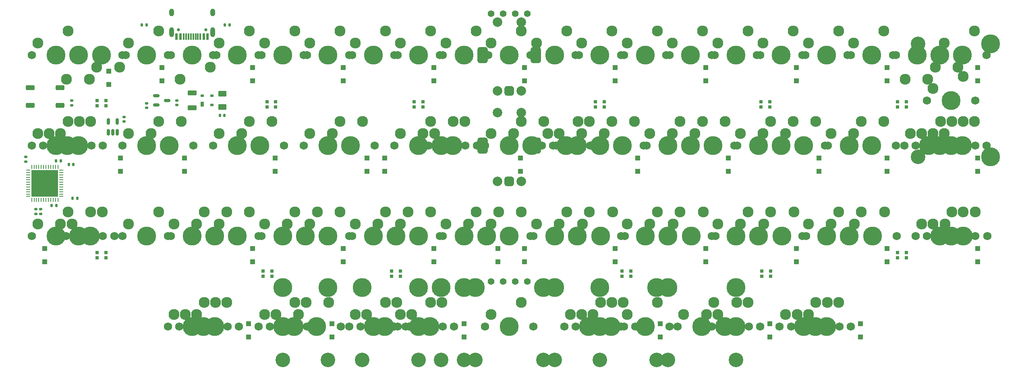
<source format=gbr>
%TF.GenerationSoftware,KiCad,Pcbnew,(7.0.0)*%
%TF.CreationDate,2023-11-20T08:39:55+01:00*%
%TF.ProjectId,universal vault,756e6976-6572-4736-916c-207661756c74,rev?*%
%TF.SameCoordinates,Original*%
%TF.FileFunction,Soldermask,Bot*%
%TF.FilePolarity,Negative*%
%FSLAX46Y46*%
G04 Gerber Fmt 4.6, Leading zero omitted, Abs format (unit mm)*
G04 Created by KiCad (PCBNEW (7.0.0)) date 2023-11-20 08:39:55*
%MOMM*%
%LPD*%
G01*
G04 APERTURE LIST*
G04 Aperture macros list*
%AMRoundRect*
0 Rectangle with rounded corners*
0 $1 Rounding radius*
0 $2 $3 $4 $5 $6 $7 $8 $9 X,Y pos of 4 corners*
0 Add a 4 corners polygon primitive as box body*
4,1,4,$2,$3,$4,$5,$6,$7,$8,$9,$2,$3,0*
0 Add four circle primitives for the rounded corners*
1,1,$1+$1,$2,$3*
1,1,$1+$1,$4,$5*
1,1,$1+$1,$6,$7*
1,1,$1+$1,$8,$9*
0 Add four rect primitives between the rounded corners*
20,1,$1+$1,$2,$3,$4,$5,0*
20,1,$1+$1,$4,$5,$6,$7,0*
20,1,$1+$1,$6,$7,$8,$9,0*
20,1,$1+$1,$8,$9,$2,$3,0*%
G04 Aperture macros list end*
%ADD10C,1.750000*%
%ADD11C,3.987800*%
%ADD12C,2.300000*%
%ADD13C,3.048000*%
%ADD14C,1.397000*%
%ADD15C,2.000000*%
%ADD16RoundRect,0.500000X0.500000X-0.500000X0.500000X0.500000X-0.500000X0.500000X-0.500000X-0.500000X0*%
%ADD17RoundRect,0.550000X0.550000X-1.150000X0.550000X1.150000X-0.550000X1.150000X-0.550000X-1.150000X0*%
%ADD18RoundRect,0.250000X0.300000X-0.300000X0.300000X0.300000X-0.300000X0.300000X-0.300000X-0.300000X0*%
%ADD19RoundRect,0.105000X0.245000X0.245000X-0.245000X0.245000X-0.245000X-0.245000X0.245000X-0.245000X0*%
%ADD20RoundRect,0.105000X-0.245000X-0.245000X0.245000X-0.245000X0.245000X0.245000X-0.245000X0.245000X0*%
%ADD21RoundRect,0.140000X-0.170000X0.140000X-0.170000X-0.140000X0.170000X-0.140000X0.170000X0.140000X0*%
%ADD22RoundRect,0.135000X0.185000X-0.135000X0.185000X0.135000X-0.185000X0.135000X-0.185000X-0.135000X0*%
%ADD23RoundRect,0.150000X0.150000X-0.512500X0.150000X0.512500X-0.150000X0.512500X-0.150000X-0.512500X0*%
%ADD24RoundRect,0.140000X-0.140000X-0.170000X0.140000X-0.170000X0.140000X0.170000X-0.140000X0.170000X0*%
%ADD25RoundRect,0.140000X0.170000X-0.140000X0.170000X0.140000X-0.170000X0.140000X-0.170000X-0.140000X0*%
%ADD26RoundRect,0.135000X0.135000X0.185000X-0.135000X0.185000X-0.135000X-0.185000X0.135000X-0.185000X0*%
%ADD27RoundRect,0.140000X0.140000X0.170000X-0.140000X0.170000X-0.140000X-0.170000X0.140000X-0.170000X0*%
%ADD28RoundRect,0.275000X0.625000X0.275000X-0.625000X0.275000X-0.625000X-0.275000X0.625000X-0.275000X0*%
%ADD29RoundRect,0.250000X0.625000X-0.375000X0.625000X0.375000X-0.625000X0.375000X-0.625000X-0.375000X0*%
%ADD30RoundRect,0.150000X-0.512500X-0.150000X0.512500X-0.150000X0.512500X0.150000X-0.512500X0.150000X0*%
%ADD31RoundRect,0.250000X0.700000X-0.275000X0.700000X0.275000X-0.700000X0.275000X-0.700000X-0.275000X0*%
%ADD32RoundRect,0.135000X-0.135000X-0.185000X0.135000X-0.185000X0.135000X0.185000X-0.135000X0.185000X0*%
%ADD33C,0.650000*%
%ADD34R,0.600000X1.450000*%
%ADD35R,0.300000X1.450000*%
%ADD36O,1.000000X1.600000*%
%ADD37O,1.000000X2.100000*%
%ADD38R,0.700000X1.000000*%
%ADD39R,0.700000X0.600000*%
%ADD40RoundRect,0.062500X0.062500X-0.375000X0.062500X0.375000X-0.062500X0.375000X-0.062500X-0.375000X0*%
%ADD41RoundRect,0.062500X0.375000X-0.062500X0.375000X0.062500X-0.375000X0.062500X-0.375000X-0.062500X0*%
%ADD42R,5.600000X5.600000*%
G04 APERTURE END LIST*
D10*
%TO.C,K_SPACE4*%
X61595000Y66675000D03*
D11*
X66675000Y66675000D03*
D10*
X71755000Y66675000D03*
D12*
X62865000Y69215000D03*
X69215000Y71755000D03*
%TD*%
D10*
%TO.C,K_SPACE68*%
X113982500Y47625000D03*
D11*
X119062500Y47625000D03*
D10*
X124142500Y47625000D03*
D12*
X115252500Y50165000D03*
X121602500Y52705000D03*
%TD*%
D10*
%TO.C,K_SPACE17*%
X99695000Y47625000D03*
D11*
X104775000Y47625000D03*
D10*
X109855000Y47625000D03*
D12*
X100965000Y50165000D03*
X107315000Y52705000D03*
%TD*%
D13*
%TO.C,S6*%
X95250000Y2540000D03*
D11*
X95250000Y17780000D03*
D13*
X57150000Y2540000D03*
D11*
X57150000Y17780000D03*
%TD*%
D10*
%TO.C,K_SPACE30*%
X128270000Y28575000D03*
D11*
X133350000Y28575000D03*
D10*
X138430000Y28575000D03*
D12*
X129540000Y31115000D03*
X135890000Y33655000D03*
%TD*%
D10*
%TO.C,K_SPACE118*%
X147320000Y9525000D03*
D11*
X152400000Y9525000D03*
D10*
X157480000Y9525000D03*
D12*
X148590000Y12065000D03*
X154940000Y14605000D03*
%TD*%
D10*
%TO.C,K_SPACE94*%
X94932500Y28575000D03*
D11*
X100012500Y28575000D03*
D10*
X105092500Y28575000D03*
D12*
X96202500Y31115000D03*
X102552500Y33655000D03*
%TD*%
D10*
%TO.C,K_SPACE73*%
X28257500Y47625000D03*
D11*
X33337500Y47625000D03*
D10*
X38417500Y47625000D03*
D12*
X29527500Y50165000D03*
X35877500Y52705000D03*
%TD*%
D10*
%TO.C,K_SPACE117*%
X52070000Y9525000D03*
D11*
X57150000Y9525000D03*
D10*
X62230000Y9525000D03*
D12*
X53340000Y12065000D03*
X59690000Y14605000D03*
%TD*%
D10*
%TO.C,K_SPACE107*%
X35401250Y9525000D03*
D11*
X40481250Y9525000D03*
D10*
X45561250Y9525000D03*
D12*
X36671250Y12065000D03*
X43021250Y14605000D03*
%TD*%
D10*
%TO.C,K_SPACE83*%
X23495000Y28575000D03*
D11*
X28575000Y28575000D03*
D10*
X33655000Y28575000D03*
D12*
X24765000Y31115000D03*
X31115000Y33655000D03*
%TD*%
D13*
%TO.C,S3*%
X135731250Y2540000D03*
D11*
X135731250Y17780000D03*
D13*
X111918750Y2540000D03*
D11*
X111918750Y17780000D03*
%TD*%
D10*
%TO.C,K_SPACE124*%
X73501250Y9525000D03*
D11*
X78581250Y9525000D03*
D10*
X83661250Y9525000D03*
D12*
X74771250Y12065000D03*
X81121250Y14605000D03*
%TD*%
D10*
%TO.C,K_SPACE28*%
X87788750Y47625000D03*
D11*
X92868750Y47625000D03*
D10*
X97948750Y47625000D03*
D12*
X89058750Y50165000D03*
X95408750Y52705000D03*
%TD*%
D10*
%TO.C,K_SPACE72*%
X190182500Y47625000D03*
D11*
X195262500Y47625000D03*
D10*
X200342500Y47625000D03*
D12*
X191452500Y50165000D03*
X197802500Y52705000D03*
%TD*%
D14*
%TO.C,OL2*%
X108585000Y75406250D03*
X106045000Y75406250D03*
X103505000Y75406250D03*
X100965000Y75406250D03*
%TD*%
D10*
%TO.C,K_SPACE95*%
X192563750Y57150000D03*
D11*
X197643750Y57150000D03*
D10*
X202723750Y57150000D03*
D12*
X193833750Y59690000D03*
X200183750Y62230000D03*
%TD*%
D10*
%TO.C,K_SPACE9*%
X156845000Y66675000D03*
D11*
X161925000Y66675000D03*
D10*
X167005000Y66675000D03*
D12*
X158115000Y69215000D03*
X164465000Y71755000D03*
%TD*%
D10*
%TO.C,K_SPACE21*%
X175895000Y47625000D03*
D11*
X180975000Y47625000D03*
D10*
X186055000Y47625000D03*
D12*
X177165000Y50165000D03*
X183515000Y52705000D03*
%TD*%
D10*
%TO.C,K_SPACE33*%
X190182500Y28575000D03*
D11*
X195262500Y28575000D03*
D10*
X200342500Y28575000D03*
D12*
X191452500Y31115000D03*
X197802500Y33655000D03*
%TD*%
D10*
%TO.C,K_SPACE55*%
X71120000Y66675000D03*
D11*
X76200000Y66675000D03*
D10*
X81280000Y66675000D03*
D12*
X72390000Y69215000D03*
X78740000Y71755000D03*
%TD*%
D10*
%TO.C,K_SPACE121*%
X118745000Y9525000D03*
D11*
X123825000Y9525000D03*
D10*
X128905000Y9525000D03*
D12*
X120015000Y12065000D03*
X126365000Y14605000D03*
%TD*%
D13*
%TO.C,S5*%
X138112500Y2540000D03*
D11*
X138112500Y17780000D03*
D13*
X114300000Y2540000D03*
D11*
X114300000Y17780000D03*
%TD*%
D10*
%TO.C,K_SPACE115*%
X116363750Y9525000D03*
D11*
X121443750Y9525000D03*
D10*
X126523750Y9525000D03*
D12*
X117633750Y12065000D03*
X123983750Y14605000D03*
%TD*%
D10*
%TO.C,K_SPACE15*%
X61595000Y47625000D03*
D11*
X66675000Y47625000D03*
D10*
X71755000Y47625000D03*
D12*
X62865000Y50165000D03*
X69215000Y52705000D03*
%TD*%
D10*
%TO.C,K_SPACE70*%
X152082500Y47625000D03*
D11*
X157162500Y47625000D03*
D10*
X162242500Y47625000D03*
D12*
X153352500Y50165000D03*
X159702500Y52705000D03*
%TD*%
D10*
%TO.C,K_SPACE98*%
X152082500Y28575000D03*
D11*
X157162500Y28575000D03*
D10*
X162242500Y28575000D03*
D12*
X153352500Y31115000D03*
X159702500Y33655000D03*
%TD*%
D10*
%TO.C,K_SPACE78*%
X123507500Y47625000D03*
D11*
X128587500Y47625000D03*
D10*
X133667500Y47625000D03*
D12*
X124777500Y50165000D03*
X131127500Y52705000D03*
%TD*%
D10*
%TO.C,K_SPACE101*%
X192563750Y47625000D03*
D11*
X197643750Y47625000D03*
D10*
X202723750Y47625000D03*
D12*
X193833750Y50165000D03*
X200183750Y52705000D03*
%TD*%
D10*
%TO.C,K_SPACE10*%
X175895000Y66675000D03*
D11*
X180975000Y66675000D03*
D10*
X186055000Y66675000D03*
D12*
X177165000Y69215000D03*
X183515000Y71755000D03*
%TD*%
D10*
%TO.C,K_SPACE74*%
X47307500Y47625000D03*
D11*
X52387500Y47625000D03*
D10*
X57467500Y47625000D03*
D12*
X48577500Y50165000D03*
X54927500Y52705000D03*
%TD*%
D14*
%TO.C,OL1*%
X100965000Y19050000D03*
X103505000Y19050000D03*
X106045000Y19050000D03*
X108585000Y19050000D03*
%TD*%
D10*
%TO.C,K_SPACE99*%
X171132500Y28575000D03*
D11*
X176212500Y28575000D03*
D10*
X181292500Y28575000D03*
D12*
X172402500Y31115000D03*
X178752500Y33655000D03*
%TD*%
D10*
%TO.C,K_SPACE85*%
X61595000Y28575000D03*
D11*
X66675000Y28575000D03*
D10*
X71755000Y28575000D03*
D12*
X62865000Y31115000D03*
X69215000Y33655000D03*
%TD*%
D10*
%TO.C,K_SPACE110*%
X99695000Y9525000D03*
D11*
X104775000Y9525000D03*
D10*
X109855000Y9525000D03*
D12*
X100965000Y12065000D03*
X107315000Y14605000D03*
%TD*%
D10*
%TO.C,K_SPACE2*%
X23495000Y66675000D03*
D11*
X28575000Y66675000D03*
D10*
X33655000Y66675000D03*
D12*
X24765000Y69215000D03*
X31115000Y71755000D03*
%TD*%
D10*
%TO.C,K_SPACE92*%
X56832500Y28575000D03*
D11*
X61912500Y28575000D03*
D10*
X66992500Y28575000D03*
D12*
X58102500Y31115000D03*
X64452500Y33655000D03*
%TD*%
D10*
%TO.C,K_SPACE34*%
X111601250Y47625000D03*
D11*
X116681250Y47625000D03*
D10*
X121761250Y47625000D03*
D12*
X112871250Y50165000D03*
X119221250Y52705000D03*
%TD*%
D10*
%TO.C,K_SPACE14*%
X42545000Y47625000D03*
D11*
X47625000Y47625000D03*
D10*
X52705000Y47625000D03*
D12*
X43815000Y50165000D03*
X50165000Y52705000D03*
%TD*%
D10*
%TO.C,K_SPACE77*%
X104457500Y47625000D03*
D11*
X109537500Y47625000D03*
D10*
X114617500Y47625000D03*
D12*
X105727500Y50165000D03*
X112077500Y52705000D03*
%TD*%
D10*
%TO.C,K_SPACE32*%
X166370000Y28575000D03*
D11*
X171450000Y28575000D03*
D10*
X176530000Y28575000D03*
D12*
X167640000Y31115000D03*
X173990000Y33655000D03*
%TD*%
D10*
%TO.C,K_SPACE114*%
X83026250Y9525000D03*
D11*
X88106250Y9525000D03*
D10*
X93186250Y9525000D03*
D12*
X84296250Y12065000D03*
X90646250Y14605000D03*
%TD*%
D10*
%TO.C,K_SPACE67*%
X6826250Y47625000D03*
D11*
X11906250Y47625000D03*
D10*
X16986250Y47625000D03*
D12*
X8096250Y50165000D03*
X14446250Y52705000D03*
%TD*%
D10*
%TO.C,K_SPACE108*%
X140176250Y9525000D03*
D11*
X145256250Y9525000D03*
D10*
X150336250Y9525000D03*
D12*
X141446250Y12065000D03*
X147796250Y14605000D03*
%TD*%
D10*
%TO.C,K_SPACE71*%
X171132500Y47625000D03*
D11*
X176212500Y47625000D03*
D10*
X181292500Y47625000D03*
D12*
X172402500Y50165000D03*
X178752500Y52705000D03*
%TD*%
D10*
%TO.C,K_SPACE88*%
X137961250Y28575000D03*
D11*
X143041250Y28575000D03*
D10*
X148121250Y28575000D03*
D12*
X139231250Y31115000D03*
X145581250Y33655000D03*
%TD*%
D10*
%TO.C,K_SPACE50*%
X11588750Y28575000D03*
D11*
X16668750Y28575000D03*
D10*
X21748750Y28575000D03*
D12*
X12858750Y31115000D03*
X19208750Y33655000D03*
%TD*%
D10*
%TO.C,K_SPACE57*%
X9207500Y47625000D03*
D11*
X14287500Y47625000D03*
D10*
X19367500Y47625000D03*
D12*
X10477500Y50165000D03*
X16827500Y52705000D03*
%TD*%
D10*
%TO.C,K_SPACE26*%
X71120000Y28575000D03*
D11*
X76200000Y28575000D03*
D10*
X81280000Y28575000D03*
D12*
X72390000Y31115000D03*
X78740000Y33655000D03*
%TD*%
D10*
%TO.C,K_SPACE90*%
X176061250Y28575000D03*
D11*
X181141250Y28575000D03*
D10*
X186221250Y28575000D03*
D12*
X177331250Y31115000D03*
X183681250Y33655000D03*
%TD*%
D10*
%TO.C,K_SPACE116*%
X99695000Y9525000D03*
D11*
X104775000Y9525000D03*
D10*
X109855000Y9525000D03*
D12*
X100965000Y12065000D03*
X107315000Y14605000D03*
%TD*%
D10*
%TO.C,K_SPACE93*%
X75882500Y28575000D03*
D11*
X80962500Y28575000D03*
D10*
X86042500Y28575000D03*
D12*
X77152500Y31115000D03*
X83502500Y33655000D03*
%TD*%
D10*
%TO.C,K_SPACE81*%
X187801250Y47625000D03*
D11*
X192881250Y47625000D03*
D10*
X197961250Y47625000D03*
D12*
X189071250Y50165000D03*
X195421250Y52705000D03*
%TD*%
D10*
%TO.C,K_SPACE128*%
X71120000Y9525000D03*
D11*
X76200000Y9525000D03*
D10*
X81280000Y9525000D03*
D12*
X72390000Y12065000D03*
X78740000Y14605000D03*
%TD*%
D10*
%TO.C,K_SPACE87*%
X118911250Y28575000D03*
D11*
X123991250Y28575000D03*
D10*
X129071250Y28575000D03*
D12*
X120181250Y31115000D03*
X126531250Y33655000D03*
%TD*%
D10*
%TO.C,K_SPACE123*%
X161607500Y9525000D03*
D11*
X166687500Y9525000D03*
D10*
X171767500Y9525000D03*
D12*
X162877500Y12065000D03*
X169227500Y14605000D03*
%TD*%
D10*
%TO.C,K_SPACE97*%
X133032500Y28575000D03*
D11*
X138112500Y28575000D03*
D10*
X143192500Y28575000D03*
D12*
X134302500Y31115000D03*
X140652500Y33655000D03*
%TD*%
D13*
%TO.C,S7*%
X152400000Y2540000D03*
D11*
X152400000Y17780000D03*
D13*
X114300000Y2540000D03*
D11*
X114300000Y17780000D03*
%TD*%
D10*
%TO.C,K_SPACE69*%
X133032500Y47625000D03*
D11*
X138112500Y47625000D03*
D10*
X143192500Y47625000D03*
D12*
X134302500Y50165000D03*
X140652500Y52705000D03*
%TD*%
D10*
%TO.C,K_SPACE56*%
X90170000Y66675000D03*
D11*
X95250000Y66675000D03*
D10*
X100330000Y66675000D03*
D12*
X91440000Y69215000D03*
X97790000Y71755000D03*
%TD*%
D10*
%TO.C,K_SPACE62*%
X195580000Y66675000D03*
D11*
X190500000Y66675000D03*
D10*
X185420000Y66675000D03*
D12*
X194310000Y64135000D03*
X187960000Y61595000D03*
%TD*%
D10*
%TO.C,K_SPACE109*%
X163988750Y9525000D03*
D11*
X169068750Y9525000D03*
D10*
X174148750Y9525000D03*
D12*
X165258750Y12065000D03*
X171608750Y14605000D03*
%TD*%
D10*
%TO.C,K_SPACE25*%
X52070000Y28575000D03*
D11*
X57150000Y28575000D03*
D10*
X62230000Y28575000D03*
D12*
X53340000Y31115000D03*
X59690000Y33655000D03*
%TD*%
D10*
%TO.C,K_SPACE63*%
X28257500Y47625000D03*
D11*
X33337500Y47625000D03*
D10*
X38417500Y47625000D03*
D12*
X29527500Y50165000D03*
X35877500Y52705000D03*
%TD*%
D10*
%TO.C,K_SPACE51*%
X37782500Y28575000D03*
D11*
X42862500Y28575000D03*
D10*
X47942500Y28575000D03*
D12*
X39052500Y31115000D03*
X45402500Y33655000D03*
%TD*%
D10*
%TO.C,K_SPACE60*%
X147320000Y66675000D03*
D11*
X152400000Y66675000D03*
D10*
X157480000Y66675000D03*
D12*
X148590000Y69215000D03*
X154940000Y71755000D03*
%TD*%
D10*
%TO.C,K_SPACE103*%
X19367500Y66675000D03*
D11*
X14287500Y66675000D03*
D10*
X9207500Y66675000D03*
D12*
X18097500Y64135000D03*
X11747500Y61595000D03*
%TD*%
D10*
%TO.C,K_SPACE102*%
X200342500Y66675000D03*
D11*
X195262500Y66675000D03*
D10*
X190182500Y66675000D03*
D12*
X199072500Y64135000D03*
X192722500Y61595000D03*
%TD*%
D10*
%TO.C,K_SPACE8*%
X137795000Y66675000D03*
D11*
X142875000Y66675000D03*
D10*
X147955000Y66675000D03*
D12*
X139065000Y69215000D03*
X145415000Y71755000D03*
%TD*%
D10*
%TO.C,K_SPACE86*%
X80645000Y28575000D03*
D11*
X85725000Y28575000D03*
D10*
X90805000Y28575000D03*
D12*
X81915000Y31115000D03*
X88265000Y33655000D03*
%TD*%
D10*
%TO.C,K_SPACE100*%
X192563750Y28575000D03*
D11*
X197643750Y28575000D03*
D10*
X202723750Y28575000D03*
D12*
X193833750Y31115000D03*
X200183750Y33655000D03*
%TD*%
D10*
%TO.C,K_SPACE66*%
X85407500Y47625000D03*
D11*
X90487500Y47625000D03*
D10*
X95567500Y47625000D03*
D12*
X86677500Y50165000D03*
X93027500Y52705000D03*
%TD*%
D15*
%TO.C,SW1*%
X102275000Y59175000D03*
X107275000Y59175000D03*
D16*
X104775000Y59175000D03*
D17*
X99175000Y66675000D03*
X110375000Y66675000D03*
D15*
X107275000Y73675000D03*
X102275000Y73675000D03*
%TD*%
D10*
%TO.C,K_SPACE79*%
X142557500Y47625000D03*
D11*
X147637500Y47625000D03*
D10*
X152717500Y47625000D03*
D12*
X143827500Y50165000D03*
X150177500Y52705000D03*
%TD*%
D10*
%TO.C,K_SPACE64*%
X47307500Y47625000D03*
D11*
X52387500Y47625000D03*
D10*
X57467500Y47625000D03*
D12*
X48577500Y50165000D03*
X54927500Y52705000D03*
%TD*%
D10*
%TO.C,K_SPACE20*%
X156845000Y47625000D03*
D11*
X161925000Y47625000D03*
D10*
X167005000Y47625000D03*
D12*
X158115000Y50165000D03*
X164465000Y52705000D03*
%TD*%
D10*
%TO.C,K_SPACE49*%
X99695000Y28575000D03*
D11*
X104775000Y28575000D03*
D10*
X109855000Y28575000D03*
D12*
X100965000Y31115000D03*
X107315000Y33655000D03*
%TD*%
D10*
%TO.C,K_SPACE59*%
X128270000Y66675000D03*
D11*
X133350000Y66675000D03*
D10*
X138430000Y66675000D03*
D12*
X129540000Y69215000D03*
X135890000Y71755000D03*
%TD*%
D10*
%TO.C,K_SPACE104*%
X6826250Y47625000D03*
D11*
X11906250Y47625000D03*
D10*
X16986250Y47625000D03*
D12*
X8096250Y50165000D03*
X14446250Y52705000D03*
%TD*%
D10*
%TO.C,K_SPACE84*%
X42545000Y28575000D03*
D11*
X47625000Y28575000D03*
D10*
X52705000Y28575000D03*
D12*
X43815000Y31115000D03*
X50165000Y33655000D03*
%TD*%
D10*
%TO.C,K_SPACE106*%
X59213750Y9525000D03*
D11*
X64293750Y9525000D03*
D10*
X69373750Y9525000D03*
D12*
X60483750Y12065000D03*
X66833750Y14605000D03*
%TD*%
D13*
%TO.C,S2*%
X97631250Y2540000D03*
D11*
X97631250Y17780000D03*
D13*
X73818750Y2540000D03*
D11*
X73818750Y17780000D03*
%TD*%
D10*
%TO.C,K_SPACE125*%
X121126250Y9525000D03*
D11*
X126206250Y9525000D03*
D10*
X131286250Y9525000D03*
D12*
X122396250Y12065000D03*
X128746250Y14605000D03*
%TD*%
D10*
%TO.C,K_SPACE11*%
X194945000Y66675000D03*
D11*
X200025000Y66675000D03*
D10*
X205105000Y66675000D03*
D12*
X196215000Y69215000D03*
X202565000Y71755000D03*
%TD*%
D10*
%TO.C,K_SPACE91*%
X195111250Y28575000D03*
D11*
X200191250Y28575000D03*
D10*
X205271250Y28575000D03*
D12*
X196381250Y31115000D03*
X202731250Y33655000D03*
%TD*%
D15*
%TO.C,SW2*%
X102275000Y40125000D03*
X107275000Y40125000D03*
D16*
X104775000Y40125000D03*
D17*
X99175000Y47625000D03*
X110375000Y47625000D03*
D15*
X107275000Y54625000D03*
X102275000Y54625000D03*
%TD*%
D10*
%TO.C,K_SPACE122*%
X37782500Y9525000D03*
D11*
X42862500Y9525000D03*
D10*
X47942500Y9525000D03*
D12*
X39052500Y12065000D03*
X45402500Y14605000D03*
%TD*%
D10*
%TO.C,K_SPACE129*%
X128270000Y9525000D03*
D11*
X133350000Y9525000D03*
D10*
X138430000Y9525000D03*
D12*
X129540000Y12065000D03*
X135890000Y14605000D03*
%TD*%
D10*
%TO.C,K_SPACE113*%
X166370000Y9525000D03*
D11*
X171450000Y9525000D03*
D10*
X176530000Y9525000D03*
D12*
X167640000Y12065000D03*
X173990000Y14605000D03*
%TD*%
D10*
%TO.C,K_SPACE19*%
X137795000Y47625000D03*
D11*
X142875000Y47625000D03*
D10*
X147955000Y47625000D03*
D12*
X139065000Y50165000D03*
X145415000Y52705000D03*
%TD*%
D10*
%TO.C,K_SPACE23*%
X9207500Y28575000D03*
D11*
X14287500Y28575000D03*
D10*
X19367500Y28575000D03*
D12*
X10477500Y31115000D03*
X16827500Y33655000D03*
%TD*%
D10*
%TO.C,K_SPACE16*%
X80645000Y47625000D03*
D11*
X85725000Y47625000D03*
D10*
X90805000Y47625000D03*
D12*
X81915000Y50165000D03*
X88265000Y52705000D03*
%TD*%
D10*
%TO.C,K_SPACE105*%
X33020000Y9525000D03*
D11*
X38100000Y9525000D03*
D10*
X43180000Y9525000D03*
D12*
X34290000Y12065000D03*
X40640000Y14605000D03*
%TD*%
D10*
%TO.C,K_SPACE12*%
X4445000Y47625000D03*
D11*
X9525000Y47625000D03*
D10*
X14605000Y47625000D03*
D12*
X5715000Y50165000D03*
X12065000Y52705000D03*
%TD*%
D10*
%TO.C,K_SPACE22*%
X194945000Y47625000D03*
D11*
X200025000Y47625000D03*
D10*
X205105000Y47625000D03*
D12*
X196215000Y50165000D03*
X202565000Y52705000D03*
%TD*%
D10*
%TO.C,K_SPACE52*%
X24130000Y66675000D03*
D11*
X19050000Y66675000D03*
D10*
X13970000Y66675000D03*
D12*
X22860000Y64135000D03*
X16510000Y61595000D03*
%TD*%
D10*
%TO.C,K_SPACE65*%
X66357500Y47625000D03*
D11*
X71437500Y47625000D03*
D10*
X76517500Y47625000D03*
D12*
X67627500Y50165000D03*
X73977500Y52705000D03*
%TD*%
D13*
%TO.C,S9*%
X123825000Y2540000D03*
D11*
X123825000Y17780000D03*
D13*
X85725000Y2540000D03*
D11*
X85725000Y17780000D03*
%TD*%
D10*
%TO.C,K_SPACE53*%
X43180000Y66675000D03*
D11*
X38100000Y66675000D03*
D10*
X33020000Y66675000D03*
D12*
X41910000Y64135000D03*
X35560000Y61595000D03*
%TD*%
D10*
%TO.C,K_SPACE3*%
X42545000Y66675000D03*
D11*
X47625000Y66675000D03*
D10*
X52705000Y66675000D03*
D12*
X43815000Y69215000D03*
X50165000Y71755000D03*
%TD*%
D13*
%TO.C,S8*%
X152400000Y2540000D03*
D11*
X152400000Y17780000D03*
D13*
X57150000Y2540000D03*
D11*
X57150000Y17780000D03*
%TD*%
D10*
%TO.C,K_SPACE80*%
X161607500Y47625000D03*
D11*
X166687500Y47625000D03*
D10*
X171767500Y47625000D03*
D12*
X162877500Y50165000D03*
X169227500Y52705000D03*
%TD*%
D10*
%TO.C,K_SPACE7*%
X118745000Y66675000D03*
D11*
X123825000Y66675000D03*
D10*
X128905000Y66675000D03*
D12*
X120015000Y69215000D03*
X126365000Y71755000D03*
%TD*%
D10*
%TO.C,K_SPACE96*%
X113982500Y28575000D03*
D11*
X119062500Y28575000D03*
D10*
X124142500Y28575000D03*
D12*
X115252500Y31115000D03*
X121602500Y33655000D03*
%TD*%
D10*
%TO.C,K_SPACE6*%
X99695000Y66675000D03*
D11*
X104775000Y66675000D03*
D10*
X109855000Y66675000D03*
D12*
X100965000Y69215000D03*
X107315000Y71755000D03*
%TD*%
D10*
%TO.C,K_SPACE82*%
X4445000Y28575000D03*
D11*
X9525000Y28575000D03*
D10*
X14605000Y28575000D03*
D12*
X5715000Y31115000D03*
X12065000Y33655000D03*
%TD*%
D10*
%TO.C,K_SPACE111*%
X54451250Y9525000D03*
D11*
X59531250Y9525000D03*
D10*
X64611250Y9525000D03*
D12*
X55721250Y12065000D03*
X62071250Y14605000D03*
%TD*%
D10*
%TO.C,K_SPACE89*%
X157011250Y28575000D03*
D11*
X162091250Y28575000D03*
D10*
X167171250Y28575000D03*
D12*
X158281250Y31115000D03*
X164631250Y33655000D03*
%TD*%
D10*
%TO.C,K_SPACE29*%
X109220000Y28575000D03*
D11*
X114300000Y28575000D03*
D10*
X119380000Y28575000D03*
D12*
X110490000Y31115000D03*
X116840000Y33655000D03*
%TD*%
D10*
%TO.C,K_SPACE5*%
X80645000Y66675000D03*
D11*
X85725000Y66675000D03*
D10*
X90805000Y66675000D03*
D12*
X81915000Y69215000D03*
X88265000Y71755000D03*
%TD*%
D10*
%TO.C,K_SPACE120*%
X80645000Y9525000D03*
D11*
X85725000Y9525000D03*
D10*
X90805000Y9525000D03*
D12*
X81915000Y12065000D03*
X88265000Y14605000D03*
%TD*%
D13*
%TO.C,S4*%
X90487500Y2540000D03*
D11*
X90487500Y17780000D03*
D13*
X66675000Y2540000D03*
D11*
X66675000Y17780000D03*
%TD*%
D10*
%TO.C,K_SPACE58*%
X109220000Y66675000D03*
D11*
X114300000Y66675000D03*
D10*
X119380000Y66675000D03*
D12*
X110490000Y69215000D03*
X116840000Y71755000D03*
%TD*%
D10*
%TO.C,K_SPACE75*%
X66357500Y47625000D03*
D11*
X71437500Y47625000D03*
D10*
X76517500Y47625000D03*
D12*
X67627500Y50165000D03*
X73977500Y52705000D03*
%TD*%
D10*
%TO.C,K_SPACE27*%
X90170000Y28575000D03*
D11*
X95250000Y28575000D03*
D10*
X100330000Y28575000D03*
D12*
X91440000Y31115000D03*
X97790000Y33655000D03*
%TD*%
D10*
%TO.C,K_SPACE61*%
X166370000Y66675000D03*
D11*
X171450000Y66675000D03*
D10*
X176530000Y66675000D03*
D12*
X167640000Y69215000D03*
X173990000Y71755000D03*
%TD*%
D10*
%TO.C,K_SPACE24*%
X33020000Y28575000D03*
D11*
X38100000Y28575000D03*
D10*
X43180000Y28575000D03*
D12*
X34290000Y31115000D03*
X40640000Y33655000D03*
%TD*%
D10*
%TO.C,K_SPACE18*%
X118745000Y47625000D03*
D11*
X123825000Y47625000D03*
D10*
X128905000Y47625000D03*
D12*
X120015000Y50165000D03*
X126365000Y52705000D03*
%TD*%
D10*
%TO.C,K_SPACE76*%
X85407500Y47625000D03*
D11*
X90487500Y47625000D03*
D10*
X95567500Y47625000D03*
D12*
X86677500Y50165000D03*
X93027500Y52705000D03*
%TD*%
D10*
%TO.C,K_SPACE31*%
X147320000Y28575000D03*
D11*
X152400000Y28575000D03*
D10*
X157480000Y28575000D03*
D12*
X148590000Y31115000D03*
X154940000Y33655000D03*
%TD*%
D10*
%TO.C,K_SPACE1*%
X4445000Y66675000D03*
D11*
X9525000Y66675000D03*
D10*
X14605000Y66675000D03*
D12*
X5715000Y69215000D03*
X12065000Y71755000D03*
%TD*%
D10*
%TO.C,K_SPACE112*%
X144938750Y9525000D03*
D11*
X150018750Y9525000D03*
D10*
X155098750Y9525000D03*
D12*
X146208750Y12065000D03*
X152558750Y14605000D03*
%TD*%
D13*
%TO.C,S1*%
X190658750Y69056250D03*
X190658750Y45243750D03*
D11*
X205898750Y69056250D03*
X205898750Y45243750D03*
%TD*%
D10*
%TO.C,K_SPACE54*%
X52070000Y66675000D03*
D11*
X57150000Y66675000D03*
D10*
X62230000Y66675000D03*
D12*
X53340000Y69215000D03*
X59690000Y71755000D03*
%TD*%
D10*
%TO.C,K_SPACE13*%
X23495000Y47625000D03*
D11*
X28575000Y47625000D03*
D10*
X33655000Y47625000D03*
D12*
X24765000Y50165000D03*
X31115000Y52705000D03*
%TD*%
D18*
%TO.C,D_SPACE17*%
X107156250Y42256250D03*
X107156250Y45056250D03*
%TD*%
D19*
%TO.C,LED1*%
X19965000Y57150000D03*
X19965000Y56050000D03*
X18135000Y56050000D03*
X18135000Y57150000D03*
%TD*%
%TO.C,LED6*%
X188240000Y56906250D03*
X188240000Y55806250D03*
X186410000Y55806250D03*
X186410000Y56906250D03*
%TD*%
D18*
%TO.C,D_SPACE34*%
X50006250Y7331250D03*
X50006250Y10131250D03*
%TD*%
%TO.C,D_SPACE5*%
X88900000Y61306250D03*
X88900000Y64106250D03*
%TD*%
%TO.C,D_SPACE1*%
X20637500Y60512500D03*
X20637500Y63312500D03*
%TD*%
D20*
%TO.C,LED11*%
X53060000Y20087500D03*
X53060000Y21187500D03*
X54890000Y21187500D03*
X54890000Y20087500D03*
%TD*%
D21*
%TO.C,C7*%
X6285671Y34243940D03*
X6285671Y33283940D03*
%TD*%
D18*
%TO.C,D_SPACE32*%
X184150000Y23143750D03*
X184150000Y25943750D03*
%TD*%
D22*
%TO.C,R1*%
X12775000Y56130000D03*
X12775000Y57150000D03*
%TD*%
D23*
%TO.C,U3*%
X22381250Y50456250D03*
X21431250Y50456250D03*
X20481250Y50456250D03*
X20481250Y52731250D03*
X22381250Y52731250D03*
%TD*%
D18*
%TO.C,D_SPACE36*%
X95250000Y7331250D03*
X95250000Y10131250D03*
%TD*%
D24*
%TO.C,C4*%
X13013750Y36512500D03*
X13973750Y36512500D03*
%TD*%
D20*
%TO.C,LED12*%
X18135000Y24056250D03*
X18135000Y25156250D03*
X19965000Y25156250D03*
X19965000Y24056250D03*
%TD*%
D19*
%TO.C,LED5*%
X159543750Y56906250D03*
X159543750Y55806250D03*
X157713750Y55806250D03*
X157713750Y56906250D03*
%TD*%
D20*
%TO.C,LED7*%
X186410000Y24056250D03*
X186410000Y25156250D03*
X188240000Y25156250D03*
X188240000Y24056250D03*
%TD*%
%TO.C,LED8*%
X157835000Y20087500D03*
X157835000Y21187500D03*
X159665000Y21187500D03*
X159665000Y20087500D03*
%TD*%
D18*
%TO.C,D_SPACE38*%
X136525000Y7331250D03*
X136525000Y10131250D03*
%TD*%
%TO.C,D_SPACE25*%
X69847518Y23143750D03*
X69847518Y25943750D03*
%TD*%
%TO.C,D_SPACE18*%
X131789925Y42193750D03*
X131789925Y44993750D03*
%TD*%
%TO.C,D_SPACE9*%
X165100000Y61306250D03*
X165100000Y64106250D03*
%TD*%
%TO.C,D_SPACE13*%
X36513594Y42193750D03*
X36513594Y44993750D03*
%TD*%
D25*
%TO.C,C2*%
X3175000Y44283750D03*
X3175000Y45243750D03*
%TD*%
D18*
%TO.C,D_SPACE35*%
X67468750Y7331250D03*
X67468750Y10131250D03*
%TD*%
%TO.C,D_SPACE12*%
X23018750Y42256250D03*
X23018750Y45056250D03*
%TD*%
%TO.C,D_SPACE29*%
X127000000Y23143750D03*
X127000000Y25943750D03*
%TD*%
D21*
%TO.C,C10*%
X28575000Y56522500D03*
X28575000Y55562500D03*
%TD*%
D18*
%TO.C,D_SPACE2*%
X31750000Y61306250D03*
X31750000Y64106250D03*
%TD*%
D21*
%TO.C,C8*%
X34925000Y57150000D03*
X34925000Y56190000D03*
%TD*%
D20*
%TO.C,LED9*%
X128466250Y20087500D03*
X128466250Y21187500D03*
X130296250Y21187500D03*
X130296250Y20087500D03*
%TD*%
D18*
%TO.C,D_SPACE20*%
X169862500Y42193750D03*
X169862500Y44993750D03*
%TD*%
%TO.C,D_SPACE24*%
X50797105Y23143750D03*
X50797105Y25943750D03*
%TD*%
D19*
%TO.C,LED2*%
X55683750Y56906250D03*
X55683750Y55806250D03*
X53853750Y55806250D03*
X53853750Y56906250D03*
%TD*%
D18*
%TO.C,D_SPACE21*%
X184150000Y42193750D03*
X184150000Y44993750D03*
%TD*%
%TO.C,D_SPACE15*%
X74851096Y42193750D03*
X74851096Y44993750D03*
%TD*%
%TO.C,D_SPACE26*%
X88897931Y23143750D03*
X88897931Y25943750D03*
%TD*%
%TO.C,D_SPACE16*%
X78581250Y42193750D03*
X78581250Y44993750D03*
%TD*%
%TO.C,D_SPACE14*%
X55562500Y42193750D03*
X55562500Y44993750D03*
%TD*%
D19*
%TO.C,LED4*%
X124740000Y56906250D03*
X124740000Y55806250D03*
X122910000Y55806250D03*
X122910000Y56906250D03*
%TD*%
D26*
%TO.C,R2*%
X28575000Y73025000D03*
X27555000Y73025000D03*
%TD*%
D18*
%TO.C,D_SPACE30*%
X146049170Y23143750D03*
X146049170Y25943750D03*
%TD*%
D20*
%TO.C,LED10*%
X80047500Y20087500D03*
X80047500Y21187500D03*
X81877500Y21187500D03*
X81877500Y20087500D03*
%TD*%
D27*
%TO.C,C1*%
X10485000Y44450000D03*
X9525000Y44450000D03*
%TD*%
D18*
%TO.C,D_SPACE4*%
X69850000Y61306250D03*
X69850000Y64106250D03*
%TD*%
D24*
%TO.C,C6*%
X12220000Y43656250D03*
X13180000Y43656250D03*
%TD*%
D18*
%TO.C,D_SPACE11*%
X203200000Y61306250D03*
X203200000Y64106250D03*
%TD*%
D27*
%TO.C,C5*%
X9552493Y34989999D03*
X8592493Y34989999D03*
%TD*%
D28*
%TO.C,SW4*%
X10318750Y59793750D03*
X4118750Y59793750D03*
X10318750Y56093750D03*
X4118750Y56093750D03*
%TD*%
D29*
%TO.C,F2*%
X44450000Y55750000D03*
X44450000Y58550000D03*
%TD*%
D30*
%TO.C,U2*%
X30612500Y56200000D03*
X30612500Y58100000D03*
X32887500Y57150000D03*
%TD*%
D18*
%TO.C,D_SPACE10*%
X184150000Y61306250D03*
X184150000Y64106250D03*
%TD*%
%TO.C,D_SPACE40*%
X178593750Y7331250D03*
X178593750Y10131250D03*
%TD*%
D19*
%TO.C,LED3*%
X86640000Y56906250D03*
X86640000Y55806250D03*
X84810000Y55806250D03*
X84810000Y56906250D03*
%TD*%
D18*
%TO.C,D_SPACE8*%
X146050000Y61306250D03*
X146050000Y64106250D03*
%TD*%
%TO.C,D_SPACE39*%
X159543750Y7331250D03*
X159543750Y10131250D03*
%TD*%
%TO.C,D_SPACE3*%
X50800000Y61306250D03*
X50800000Y64106250D03*
%TD*%
D31*
%TO.C,L1*%
X38100000Y55575000D03*
X38100000Y58725000D03*
%TD*%
D18*
%TO.C,D_SPACE27*%
X102393750Y23143750D03*
X102393750Y25943750D03*
%TD*%
%TO.C,D_SPACE23*%
X7143750Y23206250D03*
X7143750Y26006250D03*
%TD*%
%TO.C,D_SPACE31*%
X165099583Y23143750D03*
X165099583Y25943750D03*
%TD*%
%TO.C,D_SPACE7*%
X127000000Y61306250D03*
X127000000Y64106250D03*
%TD*%
D32*
%TO.C,R3*%
X45017500Y73025000D03*
X46037500Y73025000D03*
%TD*%
D25*
%TO.C,C9*%
X23835301Y52703642D03*
X23835301Y53663642D03*
%TD*%
D21*
%TO.C,C3*%
X5269395Y34237630D03*
X5269395Y33277630D03*
%TD*%
D33*
%TO.C,J1*%
X35210000Y72012500D03*
X40990000Y72012500D03*
D34*
X34849999Y70567499D03*
X35649999Y70567499D03*
D35*
X36849999Y70567499D03*
X37849999Y70567499D03*
X38349999Y70567499D03*
X39349999Y70567499D03*
D34*
X40549999Y70567499D03*
X41349999Y70567499D03*
X41349999Y70567499D03*
X40549999Y70567499D03*
D35*
X39849999Y70567499D03*
X38849999Y70567499D03*
X37349999Y70567499D03*
X36349999Y70567499D03*
D34*
X35649999Y70567499D03*
X34849999Y70567499D03*
D36*
X33779999Y75662499D03*
D37*
X33779999Y71482499D03*
D36*
X42419999Y75662499D03*
D37*
X42419999Y71482499D03*
%TD*%
D18*
%TO.C,D_SPACE33*%
X203200000Y23206250D03*
X203200000Y26006250D03*
%TD*%
%TO.C,D_SPACE28*%
X107950000Y23206250D03*
X107950000Y26006250D03*
%TD*%
D38*
%TO.C,D1*%
X40274999Y56399999D03*
D39*
X40274999Y58099999D03*
X42274999Y58099999D03*
X42274999Y56199999D03*
%TD*%
D40*
%TO.C,U1*%
X9893750Y36250000D03*
X9393750Y36250000D03*
X8893750Y36250000D03*
X8393750Y36250000D03*
X7893750Y36250000D03*
X7393750Y36250000D03*
X6893750Y36250000D03*
X6393750Y36250000D03*
X5893750Y36250000D03*
X5393750Y36250000D03*
X4893750Y36250000D03*
X4393750Y36250000D03*
D41*
X3706250Y36937500D03*
X3706250Y37437500D03*
X3706250Y37937500D03*
X3706250Y38437500D03*
X3706250Y38937500D03*
X3706250Y39437500D03*
X3706250Y39937500D03*
X3706250Y40437500D03*
X3706250Y40937500D03*
X3706250Y41437500D03*
X3706250Y41937500D03*
X3706250Y42437500D03*
D40*
X4393750Y43125000D03*
X4893750Y43125000D03*
X5393750Y43125000D03*
X5893750Y43125000D03*
X6393750Y43125000D03*
X6893750Y43125000D03*
X7393750Y43125000D03*
X7893750Y43125000D03*
X8393750Y43125000D03*
X8893750Y43125000D03*
X9393750Y43125000D03*
X9893750Y43125000D03*
D41*
X10581250Y42437500D03*
X10581250Y41937500D03*
X10581250Y41437500D03*
X10581250Y40937500D03*
X10581250Y40437500D03*
X10581250Y39937500D03*
X10581250Y39437500D03*
X10581250Y38937500D03*
X10581250Y38437500D03*
X10581250Y37937500D03*
X10581250Y37437500D03*
X10581250Y36937500D03*
D42*
X7143749Y39687499D03*
%TD*%
D18*
%TO.C,D_SPACE19*%
X150832113Y42193750D03*
X150832113Y44993750D03*
%TD*%
%TO.C,D_SPACE22*%
X203200000Y42193750D03*
X203200000Y44993750D03*
%TD*%
D24*
%TO.C,C11*%
X43970000Y53975000D03*
X44930000Y53975000D03*
%TD*%
D18*
%TO.C,D_SPACE6*%
X107950000Y61306250D03*
X107950000Y64106250D03*
%TD*%
M02*

</source>
